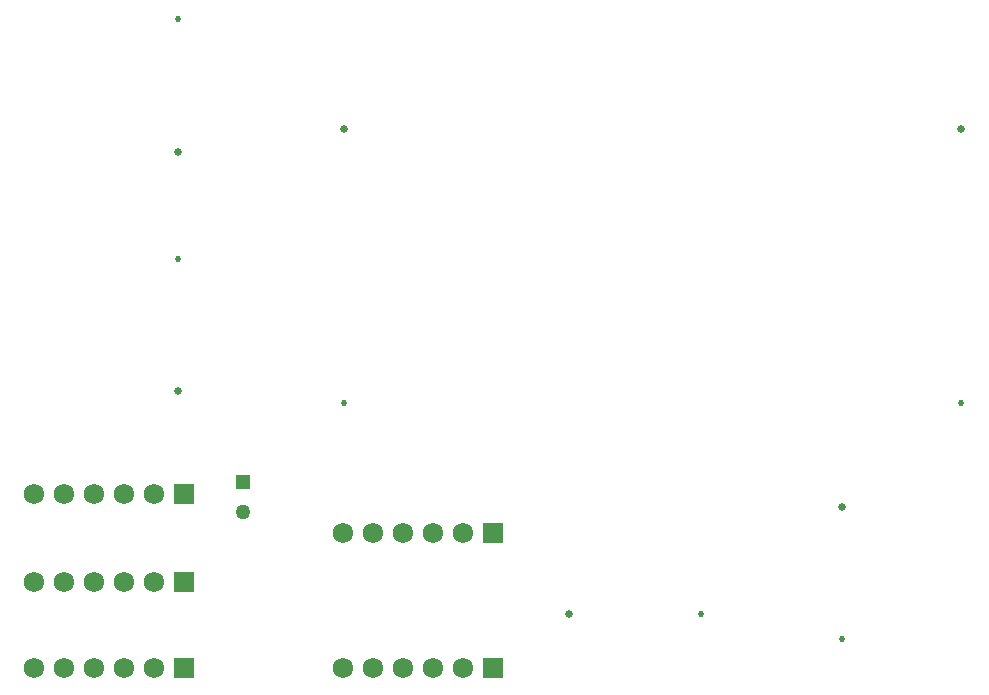
<source format=gbr>
%TF.GenerationSoftware,KiCad,Pcbnew,7.0.2*%
%TF.CreationDate,2023-06-06T11:51:25+03:00*%
%TF.ProjectId,MB_V1,4d425f56-312e-46b6-9963-61645f706362,rev?*%
%TF.SameCoordinates,Original*%
%TF.FileFunction,Soldermask,Bot*%
%TF.FilePolarity,Negative*%
%FSLAX46Y46*%
G04 Gerber Fmt 4.6, Leading zero omitted, Abs format (unit mm)*
G04 Created by KiCad (PCBNEW 7.0.2) date 2023-06-06 11:51:25*
%MOMM*%
%LPD*%
G01*
G04 APERTURE LIST*
%ADD10C,1.725000*%
%ADD11R,1.725000X1.725000*%
%ADD12C,0.525000*%
%ADD13C,0.675000*%
%ADD14R,1.275000X1.275000*%
%ADD15C,1.275000*%
G04 APERTURE END LIST*
D10*
%TO.C,J6*%
X82076000Y-160578000D03*
X84616000Y-160578000D03*
X87156000Y-160578000D03*
X89696000Y-160578000D03*
X92236000Y-160578000D03*
D11*
X94776000Y-160578000D03*
%TD*%
D12*
%TO.C,H1*%
X108320000Y-138150000D03*
X160610000Y-138150000D03*
D13*
X108320000Y-114950000D03*
X160610000Y-114950000D03*
%TD*%
D14*
%TO.C,J5*%
X99830000Y-144840000D03*
D15*
X99830000Y-147380000D03*
%TD*%
D12*
%TO.C,H3*%
X138585000Y-155980000D03*
D13*
X127385000Y-155980000D03*
%TD*%
D11*
%TO.C,J1*%
X120936000Y-149140000D03*
D10*
X118396000Y-149140000D03*
X115856000Y-149140000D03*
X113316000Y-149140000D03*
X110776000Y-149140000D03*
X108236000Y-149140000D03*
%TD*%
D12*
%TO.C,H2*%
X94290000Y-125910000D03*
D13*
X94290000Y-137110000D03*
%TD*%
D12*
%TO.C,H5*%
X94290000Y-105650000D03*
D13*
X94290000Y-116850000D03*
%TD*%
D11*
%TO.C,J2*%
X94776000Y-145858000D03*
D10*
X92236000Y-145858000D03*
X89696000Y-145858000D03*
X87156000Y-145858000D03*
X84616000Y-145858000D03*
X82076000Y-145858000D03*
%TD*%
D12*
%TO.C,H4*%
X150480000Y-158090000D03*
D13*
X150480000Y-146890000D03*
%TD*%
D11*
%TO.C,J3*%
X94776000Y-153248000D03*
D10*
X92236000Y-153248000D03*
X89696000Y-153248000D03*
X87156000Y-153248000D03*
X84616000Y-153248000D03*
X82076000Y-153248000D03*
%TD*%
%TO.C,J4*%
X108236000Y-160578000D03*
X110776000Y-160578000D03*
X113316000Y-160578000D03*
X115856000Y-160578000D03*
X118396000Y-160578000D03*
D11*
X120936000Y-160578000D03*
%TD*%
M02*

</source>
